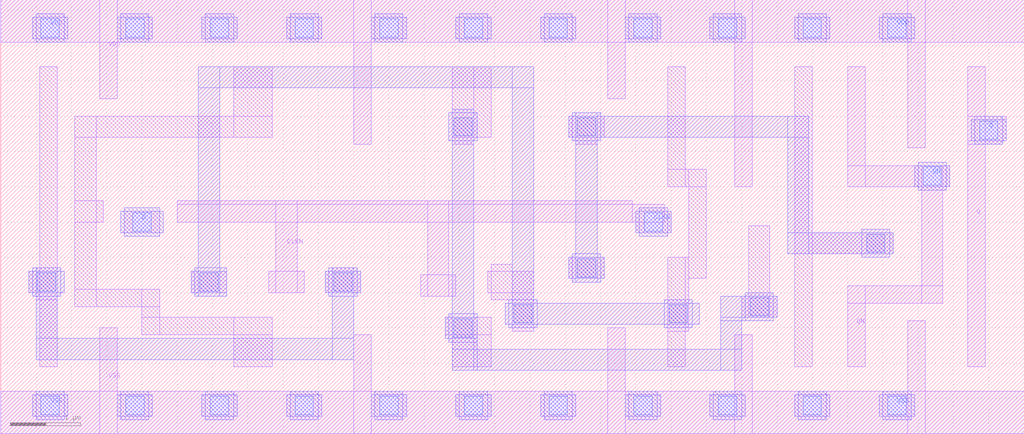
<source format=lef>
# Copyright 2022 Google LLC
# Licensed under the Apache License, Version 2.0 (the "License");
# you may not use this file except in compliance with the License.
# You may obtain a copy of the License at
#
#      http://www.apache.org/licenses/LICENSE-2.0
#
# Unless required by applicable law or agreed to in writing, software
# distributed under the License is distributed on an "AS IS" BASIS,
# WITHOUT WARRANTIES OR CONDITIONS OF ANY KIND, either express or implied.
# See the License for the specific language governing permissions and
# limitations under the License.
VERSION 5.7 ;
BUSBITCHARS "[]" ;
DIVIDERCHAR "/" ;

MACRO gf180mcu_osu_sc_9T_dffn_1
  CLASS CORE ;
  ORIGIN 0 0 ;
  FOREIGN gf180mcu_osu_sc_9T_dffn_1 0 0 ;
  SIZE 14.5 BY 6.15 ;
  SYMMETRY X Y ;
  SITE GF018hv5v_mcu_sc7 ;
  PIN CLKN
    DIRECTION INPUT ;
    USE CLOCK ;
    PORT
      LAYER MET1 ;
        RECT 9 2.85 9.5 3.15 ;
        RECT 2.5 3 9.4 3.25 ;
        RECT 2.5 3 8.95 3.3 ;
        RECT 5.95 1.95 6.45 2.25 ;
        RECT 6.05 1.95 6.35 3.3 ;
        RECT 3.8 2 4.3 2.3 ;
        RECT 3.9 2 4.2 3.3 ;
      LAYER MET2 ;
        RECT 9 2.85 9.5 3.15 ;
        RECT 9.05 2.8 9.45 3.2 ;
      LAYER VIA12 ;
        RECT 9.12 2.87 9.38 3.13 ;
    END
  END CLKN
  PIN D
    DIRECTION INPUT ;
    USE SIGNAL ;
    PORT
      LAYER MET1 ;
        RECT 1.75 2.85 2.25 3.15 ;
      LAYER MET2 ;
        RECT 1.7 2.85 2.3 3.15 ;
        RECT 1.75 2.8 2.25 3.2 ;
      LAYER VIA12 ;
        RECT 1.87 2.87 2.13 3.13 ;
    END
  END D
  PIN Q
    DIRECTION OUTPUT ;
    USE SIGNAL ;
    PORT
      LAYER MET1 ;
        RECT 13.7 4.15 14.25 4.5 ;
        RECT 13.7 4.1 14.2 4.5 ;
        RECT 13.7 0.95 13.95 5.2 ;
      LAYER MET2 ;
        RECT 13.75 4.15 14.25 4.45 ;
        RECT 13.8 4.1 14.2 4.5 ;
      LAYER VIA12 ;
        RECT 13.87 4.17 14.13 4.43 ;
    END
  END Q
  PIN QN
    DIRECTION OUTPUT ;
    USE SIGNAL ;
    PORT
      LAYER MET1 ;
        RECT 12 3.5 13.45 3.8 ;
        RECT 13.05 1.85 13.35 3.8 ;
        RECT 12 1.85 13.35 2.1 ;
        RECT 12 3.5 12.25 5.2 ;
        RECT 12 0.95 12.25 2.1 ;
      LAYER MET2 ;
        RECT 12.95 3.5 13.45 3.8 ;
        RECT 13 3.45 13.4 3.85 ;
      LAYER VIA12 ;
        RECT 13.07 3.52 13.33 3.78 ;
    END
  END QN
  PIN VDD
    DIRECTION INOUT ;
    USE POWER ;
    SHAPE ABUTMENT ;
    PORT
      LAYER MET1 ;
        RECT 0 5.55 14.5 6.15 ;
        RECT 12.85 4.05 13.1 6.15 ;
        RECT 10.4 3.5 10.65 6.15 ;
        RECT 8.6 4.75 8.85 6.15 ;
        RECT 5 4.1 5.25 6.15 ;
        RECT 1.4 4.75 1.65 6.15 ;
      LAYER MET2 ;
        RECT 12.45 5.6 12.95 5.9 ;
        RECT 12.5 5.55 12.9 5.95 ;
        RECT 11.25 5.6 11.75 5.9 ;
        RECT 11.3 5.55 11.7 5.95 ;
        RECT 10.05 5.6 10.55 5.9 ;
        RECT 10.1 5.55 10.5 5.95 ;
        RECT 8.85 5.6 9.35 5.9 ;
        RECT 8.9 5.55 9.3 5.95 ;
        RECT 7.65 5.6 8.15 5.9 ;
        RECT 7.7 5.55 8.1 5.95 ;
        RECT 6.45 5.6 6.95 5.9 ;
        RECT 6.5 5.55 6.9 5.95 ;
        RECT 5.25 5.6 5.75 5.9 ;
        RECT 5.3 5.55 5.7 5.95 ;
        RECT 4.05 5.6 4.55 5.9 ;
        RECT 4.1 5.55 4.5 5.95 ;
        RECT 2.85 5.6 3.35 5.9 ;
        RECT 2.9 5.55 3.3 5.95 ;
        RECT 1.65 5.6 2.15 5.9 ;
        RECT 1.7 5.55 2.1 5.95 ;
        RECT 0.45 5.6 0.95 5.9 ;
        RECT 0.5 5.55 0.9 5.95 ;
      LAYER VIA12 ;
        RECT 0.57 5.62 0.83 5.88 ;
        RECT 1.77 5.62 2.03 5.88 ;
        RECT 2.97 5.62 3.23 5.88 ;
        RECT 4.17 5.62 4.43 5.88 ;
        RECT 5.37 5.62 5.63 5.88 ;
        RECT 6.57 5.62 6.83 5.88 ;
        RECT 7.77 5.62 8.03 5.88 ;
        RECT 8.97 5.62 9.23 5.88 ;
        RECT 10.17 5.62 10.43 5.88 ;
        RECT 11.37 5.62 11.63 5.88 ;
        RECT 12.57 5.62 12.83 5.88 ;
    END
  END VDD
  PIN VSS
    DIRECTION INOUT ;
    USE GROUND ;
    PORT
      LAYER MET1 ;
        RECT 0 0 14.5 0.6 ;
        RECT 12.85 0 13.1 1.6 ;
        RECT 10.4 0 10.65 1.4 ;
        RECT 8.6 0 8.85 1.5 ;
        RECT 5 0 5.25 1.4 ;
        RECT 1.4 0 1.65 1.5 ;
      LAYER MET2 ;
        RECT 12.45 0.25 12.95 0.55 ;
        RECT 12.5 0.2 12.9 0.6 ;
        RECT 11.25 0.25 11.75 0.55 ;
        RECT 11.3 0.2 11.7 0.6 ;
        RECT 10.05 0.25 10.55 0.55 ;
        RECT 10.1 0.2 10.5 0.6 ;
        RECT 8.85 0.25 9.35 0.55 ;
        RECT 8.9 0.2 9.3 0.6 ;
        RECT 7.65 0.25 8.15 0.55 ;
        RECT 7.7 0.2 8.1 0.6 ;
        RECT 6.45 0.25 6.95 0.55 ;
        RECT 6.5 0.2 6.9 0.6 ;
        RECT 5.25 0.25 5.75 0.55 ;
        RECT 5.3 0.2 5.7 0.6 ;
        RECT 4.05 0.25 4.55 0.55 ;
        RECT 4.1 0.2 4.5 0.6 ;
        RECT 2.85 0.25 3.35 0.55 ;
        RECT 2.9 0.2 3.3 0.6 ;
        RECT 1.65 0.25 2.15 0.55 ;
        RECT 1.7 0.2 2.1 0.6 ;
        RECT 0.45 0.25 0.95 0.55 ;
        RECT 0.5 0.2 0.9 0.6 ;
      LAYER VIA12 ;
        RECT 0.57 0.27 0.83 0.53 ;
        RECT 1.77 0.27 2.03 0.53 ;
        RECT 2.97 0.27 3.23 0.53 ;
        RECT 4.17 0.27 4.43 0.53 ;
        RECT 5.37 0.27 5.63 0.53 ;
        RECT 6.57 0.27 6.83 0.53 ;
        RECT 7.77 0.27 8.03 0.53 ;
        RECT 8.97 0.27 9.23 0.53 ;
        RECT 10.17 0.27 10.43 0.53 ;
        RECT 11.37 0.27 11.63 0.53 ;
        RECT 12.57 0.27 12.83 0.53 ;
    END
  END VSS
  OBS
    LAYER MET2 ;
      RECT 8.1 4.15 8.5 4.55 ;
      RECT 8.05 4.2 11.45 4.5 ;
      RECT 11.15 2.55 11.45 4.5 ;
      RECT 8.15 2.15 8.45 4.55 ;
      RECT 12.2 2.5 12.6 2.9 ;
      RECT 11.15 2.55 12.65 2.85 ;
      RECT 8.1 2.15 8.5 2.55 ;
      RECT 8.05 2.2 8.55 2.5 ;
      RECT 6.4 0.9 6.7 4.6 ;
      RECT 6.35 4.15 6.75 4.55 ;
      RECT 10.55 1.6 10.95 2 ;
      RECT 10.2 1.65 11 1.95 ;
      RECT 6.35 1.3 6.75 1.7 ;
      RECT 6.4 0.9 6.75 1.7 ;
      RECT 6.3 1.35 6.75 1.65 ;
      RECT 10.2 1.6 10.95 1.95 ;
      RECT 10.2 0.9 10.5 1.95 ;
      RECT 6.4 0.9 10.5 1.2 ;
      RECT 2.8 4.9 7.55 5.2 ;
      RECT 7.25 1.5 7.55 5.2 ;
      RECT 2.8 1.95 3.1 5.2 ;
      RECT 2.75 1.95 3.2 2.35 ;
      RECT 2.7 2 3.2 2.3 ;
      RECT 9.4 1.5 9.8 1.9 ;
      RECT 7.2 1.5 7.6 1.9 ;
      RECT 7.15 1.55 9.9 1.85 ;
      RECT 4.65 1.95 5.05 2.35 ;
      RECT 0.45 1.95 0.85 2.35 ;
      RECT 4.6 2 5.1 2.3 ;
      RECT 0.4 2 0.9 2.3 ;
      RECT 4.7 1.05 5 2.35 ;
      RECT 0.5 1.05 0.8 2.35 ;
      RECT 0.5 1.05 5 1.35 ;
    LAYER VIA12 ;
      RECT 12.27 2.57 12.53 2.83 ;
      RECT 10.62 1.67 10.88 1.93 ;
      RECT 9.47 1.57 9.73 1.83 ;
      RECT 8.17 2.22 8.43 2.48 ;
      RECT 8.17 4.22 8.43 4.48 ;
      RECT 7.27 1.57 7.53 1.83 ;
      RECT 6.42 1.37 6.68 1.63 ;
      RECT 6.42 4.22 6.68 4.48 ;
      RECT 4.72 2.02 4.98 2.28 ;
      RECT 2.82 2.02 3.08 2.28 ;
      RECT 0.52 2.02 0.78 2.28 ;
    LAYER MET1 ;
      RECT 11.25 0.95 11.5 5.2 ;
      RECT 11.25 2.55 12.65 2.85 ;
      RECT 10.6 1.65 10.9 2.95 ;
      RECT 10.5 1.65 11 1.95 ;
      RECT 9.45 3.5 9.7 5.2 ;
      RECT 9.45 3.5 10 3.75 ;
      RECT 9.75 2.2 10 3.75 ;
      RECT 9.45 1.45 9.75 2.5 ;
      RECT 9.45 0.95 9.7 2.5 ;
      RECT 8.05 4.2 8.55 4.5 ;
      RECT 8.15 4.1 8.45 4.5 ;
      RECT 6.95 1.9 7.25 2.4 ;
      RECT 6.9 2 7.55 2.3 ;
      RECT 7.25 1.45 7.55 2.3 ;
      RECT 6.3 1.4 6.95 1.65 ;
      RECT 6.4 0.95 6.95 1.65 ;
      RECT 6.4 4.2 6.95 5.2 ;
      RECT 6.4 4.1 6.7 5.2 ;
      RECT 4.7 2 5 2.35 ;
      RECT 4.6 2 5.1 2.3 ;
      RECT 3.3 4.2 3.85 5.2 ;
      RECT 1.05 4.2 3.85 4.5 ;
      RECT 1.05 1.8 1.35 4.5 ;
      RECT 1.05 3 1.45 3.3 ;
      RECT 1.05 1.8 2.25 2.05 ;
      RECT 2 1.4 2.25 2.05 ;
      RECT 2 1.4 3.85 1.65 ;
      RECT 3.3 0.95 3.85 1.65 ;
      RECT 0.55 0.95 0.8 5.2 ;
      RECT 0.5 1.9 0.8 2.35 ;
      RECT 0.4 2 0.8 2.3 ;
      RECT 8.05 2.2 8.55 2.5 ;
      RECT 2.7 2 3.2 2.3 ;
  END
END gf180mcu_osu_sc_9T_dffn_1

</source>
